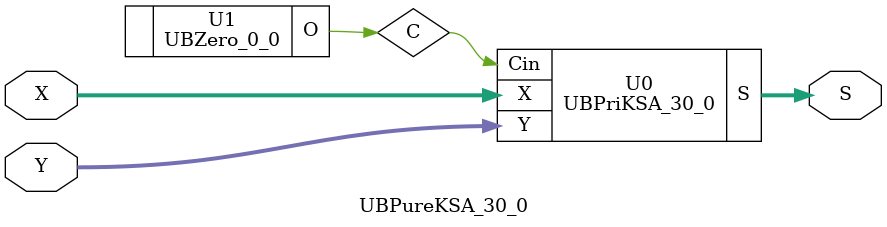
<source format=v>
/*----------------------------------------------------------------------------
  Copyright (c) 2021 Homma laboratory. All rights reserved.

  Top module: UBKSA_30_0_30_0

  Operand-1 length: 31
  Operand-2 length: 31
  Two-operand addition algorithm: Kogge-Stone adder
----------------------------------------------------------------------------*/

module GPGenerator(Go, Po, A, B);
  output Go;
  output Po;
  input A;
  input B;
  assign Go = A & B;
  assign Po = A ^ B;
endmodule

module CarryOperator(Go, Po, Gi1, Pi1, Gi2, Pi2);
  output Go;
  output Po;
  input Gi1;
  input Gi2;
  input Pi1;
  input Pi2;
  assign Go = Gi1 | ( Gi2 & Pi1 );
  assign Po = Pi1 & Pi2;
endmodule

module UBPriKSA_30_0(S, X, Y, Cin);
  output [31:0] S;
  input Cin;
  input [30:0] X;
  input [30:0] Y;
  wire [30:0] G0;
  wire [30:0] G1;
  wire [30:0] G2;
  wire [30:0] G3;
  wire [30:0] G4;
  wire [30:0] G5;
  wire [30:0] P0;
  wire [30:0] P1;
  wire [30:0] P2;
  wire [30:0] P3;
  wire [30:0] P4;
  wire [30:0] P5;
  assign P1[0] = P0[0];
  assign G1[0] = G0[0];
  assign P2[0] = P1[0];
  assign G2[0] = G1[0];
  assign P2[1] = P1[1];
  assign G2[1] = G1[1];
  assign P3[0] = P2[0];
  assign G3[0] = G2[0];
  assign P3[1] = P2[1];
  assign G3[1] = G2[1];
  assign P3[2] = P2[2];
  assign G3[2] = G2[2];
  assign P3[3] = P2[3];
  assign G3[3] = G2[3];
  assign P4[0] = P3[0];
  assign G4[0] = G3[0];
  assign P4[1] = P3[1];
  assign G4[1] = G3[1];
  assign P4[2] = P3[2];
  assign G4[2] = G3[2];
  assign P4[3] = P3[3];
  assign G4[3] = G3[3];
  assign P4[4] = P3[4];
  assign G4[4] = G3[4];
  assign P4[5] = P3[5];
  assign G4[5] = G3[5];
  assign P4[6] = P3[6];
  assign G4[6] = G3[6];
  assign P4[7] = P3[7];
  assign G4[7] = G3[7];
  assign P5[0] = P4[0];
  assign G5[0] = G4[0];
  assign P5[1] = P4[1];
  assign G5[1] = G4[1];
  assign P5[2] = P4[2];
  assign G5[2] = G4[2];
  assign P5[3] = P4[3];
  assign G5[3] = G4[3];
  assign P5[4] = P4[4];
  assign G5[4] = G4[4];
  assign P5[5] = P4[5];
  assign G5[5] = G4[5];
  assign P5[6] = P4[6];
  assign G5[6] = G4[6];
  assign P5[7] = P4[7];
  assign G5[7] = G4[7];
  assign P5[8] = P4[8];
  assign G5[8] = G4[8];
  assign P5[9] = P4[9];
  assign G5[9] = G4[9];
  assign P5[10] = P4[10];
  assign G5[10] = G4[10];
  assign P5[11] = P4[11];
  assign G5[11] = G4[11];
  assign P5[12] = P4[12];
  assign G5[12] = G4[12];
  assign P5[13] = P4[13];
  assign G5[13] = G4[13];
  assign P5[14] = P4[14];
  assign G5[14] = G4[14];
  assign P5[15] = P4[15];
  assign G5[15] = G4[15];
  assign S[0] = Cin ^ P0[0];
  assign S[1] = ( G5[0] | ( P5[0] & Cin ) ) ^ P0[1];
  assign S[2] = ( G5[1] | ( P5[1] & Cin ) ) ^ P0[2];
  assign S[3] = ( G5[2] | ( P5[2] & Cin ) ) ^ P0[3];
  assign S[4] = ( G5[3] | ( P5[3] & Cin ) ) ^ P0[4];
  assign S[5] = ( G5[4] | ( P5[4] & Cin ) ) ^ P0[5];
  assign S[6] = ( G5[5] | ( P5[5] & Cin ) ) ^ P0[6];
  assign S[7] = ( G5[6] | ( P5[6] & Cin ) ) ^ P0[7];
  assign S[8] = ( G5[7] | ( P5[7] & Cin ) ) ^ P0[8];
  assign S[9] = ( G5[8] | ( P5[8] & Cin ) ) ^ P0[9];
  assign S[10] = ( G5[9] | ( P5[9] & Cin ) ) ^ P0[10];
  assign S[11] = ( G5[10] | ( P5[10] & Cin ) ) ^ P0[11];
  assign S[12] = ( G5[11] | ( P5[11] & Cin ) ) ^ P0[12];
  assign S[13] = ( G5[12] | ( P5[12] & Cin ) ) ^ P0[13];
  assign S[14] = ( G5[13] | ( P5[13] & Cin ) ) ^ P0[14];
  assign S[15] = ( G5[14] | ( P5[14] & Cin ) ) ^ P0[15];
  assign S[16] = ( G5[15] | ( P5[15] & Cin ) ) ^ P0[16];
  assign S[17] = ( G5[16] | ( P5[16] & Cin ) ) ^ P0[17];
  assign S[18] = ( G5[17] | ( P5[17] & Cin ) ) ^ P0[18];
  assign S[19] = ( G5[18] | ( P5[18] & Cin ) ) ^ P0[19];
  assign S[20] = ( G5[19] | ( P5[19] & Cin ) ) ^ P0[20];
  assign S[21] = ( G5[20] | ( P5[20] & Cin ) ) ^ P0[21];
  assign S[22] = ( G5[21] | ( P5[21] & Cin ) ) ^ P0[22];
  assign S[23] = ( G5[22] | ( P5[22] & Cin ) ) ^ P0[23];
  assign S[24] = ( G5[23] | ( P5[23] & Cin ) ) ^ P0[24];
  assign S[25] = ( G5[24] | ( P5[24] & Cin ) ) ^ P0[25];
  assign S[26] = ( G5[25] | ( P5[25] & Cin ) ) ^ P0[26];
  assign S[27] = ( G5[26] | ( P5[26] & Cin ) ) ^ P0[27];
  assign S[28] = ( G5[27] | ( P5[27] & Cin ) ) ^ P0[28];
  assign S[29] = ( G5[28] | ( P5[28] & Cin ) ) ^ P0[29];
  assign S[30] = ( G5[29] | ( P5[29] & Cin ) ) ^ P0[30];
  assign S[31] = G5[30] | ( P5[30] & Cin );
  GPGenerator U0 (G0[0], P0[0], X[0], Y[0]);
  GPGenerator U1 (G0[1], P0[1], X[1], Y[1]);
  GPGenerator U2 (G0[2], P0[2], X[2], Y[2]);
  GPGenerator U3 (G0[3], P0[3], X[3], Y[3]);
  GPGenerator U4 (G0[4], P0[4], X[4], Y[4]);
  GPGenerator U5 (G0[5], P0[5], X[5], Y[5]);
  GPGenerator U6 (G0[6], P0[6], X[6], Y[6]);
  GPGenerator U7 (G0[7], P0[7], X[7], Y[7]);
  GPGenerator U8 (G0[8], P0[8], X[8], Y[8]);
  GPGenerator U9 (G0[9], P0[9], X[9], Y[9]);
  GPGenerator U10 (G0[10], P0[10], X[10], Y[10]);
  GPGenerator U11 (G0[11], P0[11], X[11], Y[11]);
  GPGenerator U12 (G0[12], P0[12], X[12], Y[12]);
  GPGenerator U13 (G0[13], P0[13], X[13], Y[13]);
  GPGenerator U14 (G0[14], P0[14], X[14], Y[14]);
  GPGenerator U15 (G0[15], P0[15], X[15], Y[15]);
  GPGenerator U16 (G0[16], P0[16], X[16], Y[16]);
  GPGenerator U17 (G0[17], P0[17], X[17], Y[17]);
  GPGenerator U18 (G0[18], P0[18], X[18], Y[18]);
  GPGenerator U19 (G0[19], P0[19], X[19], Y[19]);
  GPGenerator U20 (G0[20], P0[20], X[20], Y[20]);
  GPGenerator U21 (G0[21], P0[21], X[21], Y[21]);
  GPGenerator U22 (G0[22], P0[22], X[22], Y[22]);
  GPGenerator U23 (G0[23], P0[23], X[23], Y[23]);
  GPGenerator U24 (G0[24], P0[24], X[24], Y[24]);
  GPGenerator U25 (G0[25], P0[25], X[25], Y[25]);
  GPGenerator U26 (G0[26], P0[26], X[26], Y[26]);
  GPGenerator U27 (G0[27], P0[27], X[27], Y[27]);
  GPGenerator U28 (G0[28], P0[28], X[28], Y[28]);
  GPGenerator U29 (G0[29], P0[29], X[29], Y[29]);
  GPGenerator U30 (G0[30], P0[30], X[30], Y[30]);
  CarryOperator U31 (G1[1], P1[1], G0[1], P0[1], G0[0], P0[0]);
  CarryOperator U32 (G1[2], P1[2], G0[2], P0[2], G0[1], P0[1]);
  CarryOperator U33 (G1[3], P1[3], G0[3], P0[3], G0[2], P0[2]);
  CarryOperator U34 (G1[4], P1[4], G0[4], P0[4], G0[3], P0[3]);
  CarryOperator U35 (G1[5], P1[5], G0[5], P0[5], G0[4], P0[4]);
  CarryOperator U36 (G1[6], P1[6], G0[6], P0[6], G0[5], P0[5]);
  CarryOperator U37 (G1[7], P1[7], G0[7], P0[7], G0[6], P0[6]);
  CarryOperator U38 (G1[8], P1[8], G0[8], P0[8], G0[7], P0[7]);
  CarryOperator U39 (G1[9], P1[9], G0[9], P0[9], G0[8], P0[8]);
  CarryOperator U40 (G1[10], P1[10], G0[10], P0[10], G0[9], P0[9]);
  CarryOperator U41 (G1[11], P1[11], G0[11], P0[11], G0[10], P0[10]);
  CarryOperator U42 (G1[12], P1[12], G0[12], P0[12], G0[11], P0[11]);
  CarryOperator U43 (G1[13], P1[13], G0[13], P0[13], G0[12], P0[12]);
  CarryOperator U44 (G1[14], P1[14], G0[14], P0[14], G0[13], P0[13]);
  CarryOperator U45 (G1[15], P1[15], G0[15], P0[15], G0[14], P0[14]);
  CarryOperator U46 (G1[16], P1[16], G0[16], P0[16], G0[15], P0[15]);
  CarryOperator U47 (G1[17], P1[17], G0[17], P0[17], G0[16], P0[16]);
  CarryOperator U48 (G1[18], P1[18], G0[18], P0[18], G0[17], P0[17]);
  CarryOperator U49 (G1[19], P1[19], G0[19], P0[19], G0[18], P0[18]);
  CarryOperator U50 (G1[20], P1[20], G0[20], P0[20], G0[19], P0[19]);
  CarryOperator U51 (G1[21], P1[21], G0[21], P0[21], G0[20], P0[20]);
  CarryOperator U52 (G1[22], P1[22], G0[22], P0[22], G0[21], P0[21]);
  CarryOperator U53 (G1[23], P1[23], G0[23], P0[23], G0[22], P0[22]);
  CarryOperator U54 (G1[24], P1[24], G0[24], P0[24], G0[23], P0[23]);
  CarryOperator U55 (G1[25], P1[25], G0[25], P0[25], G0[24], P0[24]);
  CarryOperator U56 (G1[26], P1[26], G0[26], P0[26], G0[25], P0[25]);
  CarryOperator U57 (G1[27], P1[27], G0[27], P0[27], G0[26], P0[26]);
  CarryOperator U58 (G1[28], P1[28], G0[28], P0[28], G0[27], P0[27]);
  CarryOperator U59 (G1[29], P1[29], G0[29], P0[29], G0[28], P0[28]);
  CarryOperator U60 (G1[30], P1[30], G0[30], P0[30], G0[29], P0[29]);
  CarryOperator U61 (G2[2], P2[2], G1[2], P1[2], G1[0], P1[0]);
  CarryOperator U62 (G2[3], P2[3], G1[3], P1[3], G1[1], P1[1]);
  CarryOperator U63 (G2[4], P2[4], G1[4], P1[4], G1[2], P1[2]);
  CarryOperator U64 (G2[5], P2[5], G1[5], P1[5], G1[3], P1[3]);
  CarryOperator U65 (G2[6], P2[6], G1[6], P1[6], G1[4], P1[4]);
  CarryOperator U66 (G2[7], P2[7], G1[7], P1[7], G1[5], P1[5]);
  CarryOperator U67 (G2[8], P2[8], G1[8], P1[8], G1[6], P1[6]);
  CarryOperator U68 (G2[9], P2[9], G1[9], P1[9], G1[7], P1[7]);
  CarryOperator U69 (G2[10], P2[10], G1[10], P1[10], G1[8], P1[8]);
  CarryOperator U70 (G2[11], P2[11], G1[11], P1[11], G1[9], P1[9]);
  CarryOperator U71 (G2[12], P2[12], G1[12], P1[12], G1[10], P1[10]);
  CarryOperator U72 (G2[13], P2[13], G1[13], P1[13], G1[11], P1[11]);
  CarryOperator U73 (G2[14], P2[14], G1[14], P1[14], G1[12], P1[12]);
  CarryOperator U74 (G2[15], P2[15], G1[15], P1[15], G1[13], P1[13]);
  CarryOperator U75 (G2[16], P2[16], G1[16], P1[16], G1[14], P1[14]);
  CarryOperator U76 (G2[17], P2[17], G1[17], P1[17], G1[15], P1[15]);
  CarryOperator U77 (G2[18], P2[18], G1[18], P1[18], G1[16], P1[16]);
  CarryOperator U78 (G2[19], P2[19], G1[19], P1[19], G1[17], P1[17]);
  CarryOperator U79 (G2[20], P2[20], G1[20], P1[20], G1[18], P1[18]);
  CarryOperator U80 (G2[21], P2[21], G1[21], P1[21], G1[19], P1[19]);
  CarryOperator U81 (G2[22], P2[22], G1[22], P1[22], G1[20], P1[20]);
  CarryOperator U82 (G2[23], P2[23], G1[23], P1[23], G1[21], P1[21]);
  CarryOperator U83 (G2[24], P2[24], G1[24], P1[24], G1[22], P1[22]);
  CarryOperator U84 (G2[25], P2[25], G1[25], P1[25], G1[23], P1[23]);
  CarryOperator U85 (G2[26], P2[26], G1[26], P1[26], G1[24], P1[24]);
  CarryOperator U86 (G2[27], P2[27], G1[27], P1[27], G1[25], P1[25]);
  CarryOperator U87 (G2[28], P2[28], G1[28], P1[28], G1[26], P1[26]);
  CarryOperator U88 (G2[29], P2[29], G1[29], P1[29], G1[27], P1[27]);
  CarryOperator U89 (G2[30], P2[30], G1[30], P1[30], G1[28], P1[28]);
  CarryOperator U90 (G3[4], P3[4], G2[4], P2[4], G2[0], P2[0]);
  CarryOperator U91 (G3[5], P3[5], G2[5], P2[5], G2[1], P2[1]);
  CarryOperator U92 (G3[6], P3[6], G2[6], P2[6], G2[2], P2[2]);
  CarryOperator U93 (G3[7], P3[7], G2[7], P2[7], G2[3], P2[3]);
  CarryOperator U94 (G3[8], P3[8], G2[8], P2[8], G2[4], P2[4]);
  CarryOperator U95 (G3[9], P3[9], G2[9], P2[9], G2[5], P2[5]);
  CarryOperator U96 (G3[10], P3[10], G2[10], P2[10], G2[6], P2[6]);
  CarryOperator U97 (G3[11], P3[11], G2[11], P2[11], G2[7], P2[7]);
  CarryOperator U98 (G3[12], P3[12], G2[12], P2[12], G2[8], P2[8]);
  CarryOperator U99 (G3[13], P3[13], G2[13], P2[13], G2[9], P2[9]);
  CarryOperator U100 (G3[14], P3[14], G2[14], P2[14], G2[10], P2[10]);
  CarryOperator U101 (G3[15], P3[15], G2[15], P2[15], G2[11], P2[11]);
  CarryOperator U102 (G3[16], P3[16], G2[16], P2[16], G2[12], P2[12]);
  CarryOperator U103 (G3[17], P3[17], G2[17], P2[17], G2[13], P2[13]);
  CarryOperator U104 (G3[18], P3[18], G2[18], P2[18], G2[14], P2[14]);
  CarryOperator U105 (G3[19], P3[19], G2[19], P2[19], G2[15], P2[15]);
  CarryOperator U106 (G3[20], P3[20], G2[20], P2[20], G2[16], P2[16]);
  CarryOperator U107 (G3[21], P3[21], G2[21], P2[21], G2[17], P2[17]);
  CarryOperator U108 (G3[22], P3[22], G2[22], P2[22], G2[18], P2[18]);
  CarryOperator U109 (G3[23], P3[23], G2[23], P2[23], G2[19], P2[19]);
  CarryOperator U110 (G3[24], P3[24], G2[24], P2[24], G2[20], P2[20]);
  CarryOperator U111 (G3[25], P3[25], G2[25], P2[25], G2[21], P2[21]);
  CarryOperator U112 (G3[26], P3[26], G2[26], P2[26], G2[22], P2[22]);
  CarryOperator U113 (G3[27], P3[27], G2[27], P2[27], G2[23], P2[23]);
  CarryOperator U114 (G3[28], P3[28], G2[28], P2[28], G2[24], P2[24]);
  CarryOperator U115 (G3[29], P3[29], G2[29], P2[29], G2[25], P2[25]);
  CarryOperator U116 (G3[30], P3[30], G2[30], P2[30], G2[26], P2[26]);
  CarryOperator U117 (G4[8], P4[8], G3[8], P3[8], G3[0], P3[0]);
  CarryOperator U118 (G4[9], P4[9], G3[9], P3[9], G3[1], P3[1]);
  CarryOperator U119 (G4[10], P4[10], G3[10], P3[10], G3[2], P3[2]);
  CarryOperator U120 (G4[11], P4[11], G3[11], P3[11], G3[3], P3[3]);
  CarryOperator U121 (G4[12], P4[12], G3[12], P3[12], G3[4], P3[4]);
  CarryOperator U122 (G4[13], P4[13], G3[13], P3[13], G3[5], P3[5]);
  CarryOperator U123 (G4[14], P4[14], G3[14], P3[14], G3[6], P3[6]);
  CarryOperator U124 (G4[15], P4[15], G3[15], P3[15], G3[7], P3[7]);
  CarryOperator U125 (G4[16], P4[16], G3[16], P3[16], G3[8], P3[8]);
  CarryOperator U126 (G4[17], P4[17], G3[17], P3[17], G3[9], P3[9]);
  CarryOperator U127 (G4[18], P4[18], G3[18], P3[18], G3[10], P3[10]);
  CarryOperator U128 (G4[19], P4[19], G3[19], P3[19], G3[11], P3[11]);
  CarryOperator U129 (G4[20], P4[20], G3[20], P3[20], G3[12], P3[12]);
  CarryOperator U130 (G4[21], P4[21], G3[21], P3[21], G3[13], P3[13]);
  CarryOperator U131 (G4[22], P4[22], G3[22], P3[22], G3[14], P3[14]);
  CarryOperator U132 (G4[23], P4[23], G3[23], P3[23], G3[15], P3[15]);
  CarryOperator U133 (G4[24], P4[24], G3[24], P3[24], G3[16], P3[16]);
  CarryOperator U134 (G4[25], P4[25], G3[25], P3[25], G3[17], P3[17]);
  CarryOperator U135 (G4[26], P4[26], G3[26], P3[26], G3[18], P3[18]);
  CarryOperator U136 (G4[27], P4[27], G3[27], P3[27], G3[19], P3[19]);
  CarryOperator U137 (G4[28], P4[28], G3[28], P3[28], G3[20], P3[20]);
  CarryOperator U138 (G4[29], P4[29], G3[29], P3[29], G3[21], P3[21]);
  CarryOperator U139 (G4[30], P4[30], G3[30], P3[30], G3[22], P3[22]);
  CarryOperator U140 (G5[16], P5[16], G4[16], P4[16], G4[0], P4[0]);
  CarryOperator U141 (G5[17], P5[17], G4[17], P4[17], G4[1], P4[1]);
  CarryOperator U142 (G5[18], P5[18], G4[18], P4[18], G4[2], P4[2]);
  CarryOperator U143 (G5[19], P5[19], G4[19], P4[19], G4[3], P4[3]);
  CarryOperator U144 (G5[20], P5[20], G4[20], P4[20], G4[4], P4[4]);
  CarryOperator U145 (G5[21], P5[21], G4[21], P4[21], G4[5], P4[5]);
  CarryOperator U146 (G5[22], P5[22], G4[22], P4[22], G4[6], P4[6]);
  CarryOperator U147 (G5[23], P5[23], G4[23], P4[23], G4[7], P4[7]);
  CarryOperator U148 (G5[24], P5[24], G4[24], P4[24], G4[8], P4[8]);
  CarryOperator U149 (G5[25], P5[25], G4[25], P4[25], G4[9], P4[9]);
  CarryOperator U150 (G5[26], P5[26], G4[26], P4[26], G4[10], P4[10]);
  CarryOperator U151 (G5[27], P5[27], G4[27], P4[27], G4[11], P4[11]);
  CarryOperator U152 (G5[28], P5[28], G4[28], P4[28], G4[12], P4[12]);
  CarryOperator U153 (G5[29], P5[29], G4[29], P4[29], G4[13], P4[13]);
  CarryOperator U154 (G5[30], P5[30], G4[30], P4[30], G4[14], P4[14]);
endmodule

module UBZero_0_0(O);
  output [0:0] O;
  assign O[0] = 0;
endmodule

module UBKSA_30_0_30_0 (S, X, Y);
  output [31:0] S;
  input [30:0] X;
  input [30:0] Y;
  UBPureKSA_30_0 U0 (S[31:0], X[30:0], Y[30:0]);
endmodule

module UBPureKSA_30_0 (S, X, Y);
  output [31:0] S;
  input [30:0] X;
  input [30:0] Y;
  wire C;
  UBPriKSA_30_0 U0 (S, X, Y, C);
  UBZero_0_0 U1 (C);
endmodule


</source>
